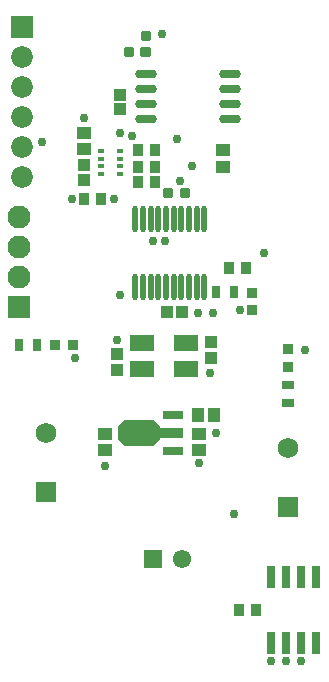
<source format=gbr>
G04*
G04 #@! TF.GenerationSoftware,Altium Limited,Altium Designer,25.7.1 (20)*
G04*
G04 Layer_Color=8388736*
%FSLAX44Y44*%
%MOMM*%
G71*
G04*
G04 #@! TF.SameCoordinates,265DE244-54D5-4CCD-A973-AF3357FD315F*
G04*
G04*
G04 #@! TF.FilePolarity,Negative*
G04*
G01*
G75*
%ADD20R,0.7500X1.0000*%
%ADD24R,0.5000X0.3500*%
%ADD35R,1.0000X0.7500*%
%ADD37R,0.8500X1.0500*%
%ADD38R,2.1500X1.3500*%
%ADD39R,1.1000X1.0000*%
%ADD40R,0.9500X0.9500*%
G04:AMPARAMS|DCode=41|XSize=0.91mm|YSize=0.8104mm|CornerRadius=0.1576mm|HoleSize=0mm|Usage=FLASHONLY|Rotation=180.000|XOffset=0mm|YOffset=0mm|HoleType=Round|Shape=RoundedRectangle|*
%AMROUNDEDRECTD41*
21,1,0.9100,0.4953,0,0,180.0*
21,1,0.5949,0.8104,0,0,180.0*
1,1,0.3151,-0.2975,0.2477*
1,1,0.3151,0.2975,0.2477*
1,1,0.3151,0.2975,-0.2477*
1,1,0.3151,-0.2975,-0.2477*
%
%ADD41ROUNDEDRECTD41*%
G04:AMPARAMS|DCode=42|XSize=0.91mm|YSize=0.8104mm|CornerRadius=0.1576mm|HoleSize=0mm|Usage=FLASHONLY|Rotation=270.000|XOffset=0mm|YOffset=0mm|HoleType=Round|Shape=RoundedRectangle|*
%AMROUNDEDRECTD42*
21,1,0.9100,0.4953,0,0,270.0*
21,1,0.5949,0.8104,0,0,270.0*
1,1,0.3151,-0.2477,-0.2975*
1,1,0.3151,-0.2477,0.2975*
1,1,0.3151,0.2477,0.2975*
1,1,0.3151,0.2477,-0.2975*
%
%ADD42ROUNDEDRECTD42*%
%ADD43R,1.1000X1.1000*%
%ADD44R,1.1500X1.0500*%
%ADD45R,1.1000X1.1000*%
%ADD46O,0.5000X2.2500*%
%ADD47R,0.8000X1.9000*%
%ADD48R,1.0500X1.1500*%
%ADD49R,1.7500X0.7500*%
%ADD50O,1.8500X0.7500*%
%ADD51R,0.9500X0.9500*%
G04:AMPARAMS|DCode=52|XSize=2.15mm|YSize=3.55mm|CornerRadius=0mm|HoleSize=0mm|Usage=FLASHONLY|Rotation=270.000|XOffset=0mm|YOffset=0mm|HoleType=Round|Shape=Octagon|*
%AMOCTAGOND52*
4,1,8,1.7750,0.5375,1.7750,-0.5375,1.2375,-1.0750,-1.2375,-1.0750,-1.7750,-0.5375,-1.7750,0.5375,-1.2375,1.0750,1.2375,1.0750,1.7750,0.5375,0.0*
%
%ADD52OCTAGOND52*%

%ADD53R,2.1500X0.8500*%
%ADD54R,1.2000X1.0500*%
%ADD55R,1.8400X1.8400*%
%ADD56C,1.8400*%
%ADD57C,1.5500*%
%ADD58C,1.9500*%
%ADD59R,1.9500X1.9500*%
%ADD60C,1.7500*%
%ADD61R,1.7500X1.7500*%
%ADD62R,1.5500X1.5500*%
%ADD63C,0.7500*%
D20*
X1666360Y584200D02*
D03*
X1681360D02*
D03*
X1500000Y540000D02*
D03*
X1515000D02*
D03*
D24*
X1585000Y691000D02*
D03*
X1569000Y684500D02*
D03*
X1585000D02*
D03*
X1569000Y691000D02*
D03*
Y704000D02*
D03*
Y697500D02*
D03*
X1585000Y704000D02*
D03*
Y697500D02*
D03*
D35*
X1727200Y505340D02*
D03*
Y490340D02*
D03*
D37*
X1686000Y315000D02*
D03*
X1700000D02*
D03*
X1677640Y604520D02*
D03*
X1691640D02*
D03*
X1600500Y705000D02*
D03*
X1555100Y662940D02*
D03*
X1614500Y705000D02*
D03*
Y690000D02*
D03*
Y677500D02*
D03*
X1600500D02*
D03*
X1569100Y662940D02*
D03*
X1600500Y690000D02*
D03*
D38*
X1641000Y541000D02*
D03*
X1604000Y519000D02*
D03*
Y541000D02*
D03*
X1641000Y519000D02*
D03*
D39*
X1662500Y541750D02*
D03*
Y528250D02*
D03*
X1582500Y531750D02*
D03*
Y518250D02*
D03*
D40*
X1696720Y583960D02*
D03*
Y568960D02*
D03*
X1727200Y535820D02*
D03*
Y520820D02*
D03*
D41*
X1607500Y787500D02*
D03*
Y801500D02*
D03*
D42*
X1606500Y787500D02*
D03*
X1592500D02*
D03*
X1640220Y668020D02*
D03*
X1626220D02*
D03*
D43*
X1584960Y751640D02*
D03*
Y739140D02*
D03*
X1554480Y692050D02*
D03*
Y679550D02*
D03*
D44*
Y705320D02*
D03*
Y718820D02*
D03*
X1652500Y450750D02*
D03*
X1572500D02*
D03*
X1652500Y464250D02*
D03*
X1572500D02*
D03*
D45*
X1637500Y567500D02*
D03*
X1625000D02*
D03*
D46*
X1630750Y646500D02*
D03*
X1598250Y588500D02*
D03*
X1624250Y646500D02*
D03*
Y588500D02*
D03*
X1617750Y646500D02*
D03*
X1656750D02*
D03*
X1650250D02*
D03*
X1643750D02*
D03*
X1637250D02*
D03*
X1611250D02*
D03*
X1604750D02*
D03*
X1598250D02*
D03*
X1656750Y588500D02*
D03*
X1650250D02*
D03*
X1643750D02*
D03*
X1637250D02*
D03*
X1630750D02*
D03*
X1617750D02*
D03*
X1611250D02*
D03*
X1604750D02*
D03*
D47*
X1738850Y287000D02*
D03*
X1726150D02*
D03*
X1713450D02*
D03*
X1751550D02*
D03*
X1713450Y343000D02*
D03*
X1726150D02*
D03*
X1738850D02*
D03*
X1751550D02*
D03*
D48*
X1665000Y480000D02*
D03*
X1651500D02*
D03*
D49*
X1630000Y450000D02*
D03*
Y480000D02*
D03*
D50*
X1607000Y730950D02*
D03*
X1678000Y756350D02*
D03*
Y769050D02*
D03*
X1607000Y743650D02*
D03*
Y769050D02*
D03*
Y756350D02*
D03*
X1678000Y743650D02*
D03*
Y730950D02*
D03*
D51*
X1545000Y540000D02*
D03*
X1530000D02*
D03*
D52*
X1601000Y465000D02*
D03*
D53*
X1628000D02*
D03*
D54*
X1672500Y690500D02*
D03*
Y704500D02*
D03*
D55*
X1502500Y808700D02*
D03*
D56*
Y783300D02*
D03*
Y757900D02*
D03*
Y732500D02*
D03*
Y707100D02*
D03*
Y681700D02*
D03*
D57*
X1638100Y358140D02*
D03*
D58*
X1500000Y648100D02*
D03*
Y622700D02*
D03*
Y597300D02*
D03*
D59*
Y571900D02*
D03*
D60*
X1727200Y452120D02*
D03*
X1522500Y465000D02*
D03*
D61*
X1727200Y402120D02*
D03*
X1522500Y415000D02*
D03*
D62*
X1613100Y358140D02*
D03*
D63*
X1554480Y731520D02*
D03*
X1518920Y711200D02*
D03*
X1666240Y464820D02*
D03*
X1595120Y716280D02*
D03*
X1686560Y568960D02*
D03*
X1651000Y566420D02*
D03*
X1741500Y535000D02*
D03*
X1635760Y678180D02*
D03*
X1633220Y713740D02*
D03*
X1738630Y271780D02*
D03*
X1713230D02*
D03*
X1725930D02*
D03*
X1661160Y515620D02*
D03*
X1652500Y440000D02*
D03*
X1620520Y802640D02*
D03*
X1584960Y718820D02*
D03*
Y581660D02*
D03*
X1582420Y543560D02*
D03*
X1572500Y437500D02*
D03*
X1544320Y662940D02*
D03*
X1546860Y528320D02*
D03*
X1706880Y617220D02*
D03*
X1645920Y690880D02*
D03*
X1623060Y627380D02*
D03*
X1579880Y662940D02*
D03*
X1681480Y396240D02*
D03*
X1663700Y566420D02*
D03*
X1612900Y627380D02*
D03*
M02*

</source>
